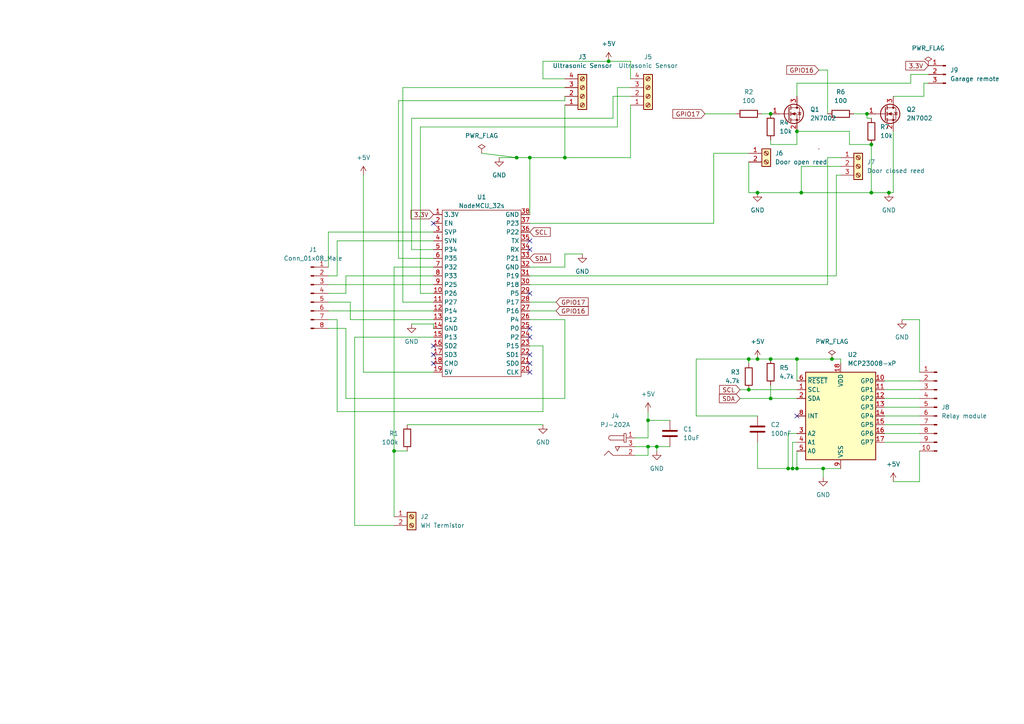
<source format=kicad_sch>
(kicad_sch (version 20211123) (generator eeschema)
  (paper "A4")
  (title_block (title "DripDrop") (date "2022-07-04") (rev "1") (company "Marcin Kucharczyk") (comment 1 "github.com/quhar/dripdrop"))
  (lib_symbols
    (symbol "Connector:Conn_01x03_Male" (pin_names (offset 1.016) hide)
      (property "Reference" "J" (at 0 5.08 0))
      (property "Value" "Conn_01x03_Male" (at 0 -5.08 0))
      (symbol "Conn_01x03_Male_1_1"
        (polyline (pts (xy 1.27 -2.54) (xy 0.8636 -2.54)) (stroke (width 0.1524)))
        (polyline (pts (xy 1.27 0) (xy 0.8636 0)) (stroke (width 0.1524)))
        (polyline (pts (xy 1.27 2.54) (xy 0.8636 2.54)) (stroke (width 0.1524)))
        (rectangle (start 0.8636 -2.413) (end 0 -2.667) (stroke (width 0.1524)) (fill (type outline)))
        (rectangle (start 0.8636 0.127) (end 0 -0.127) (stroke (width 0.1524)) (fill (type outline)))
        (rectangle (start 0.8636 2.667) (end 0 2.413) (stroke (width 0.1524)) (fill (type outline)))
        (pin passive line (at 5.08 2.54 180) (length 3.81) (name "Pin_1") (number "1"))
        (pin passive line (at 5.08 0 180) (length 3.81) (name "Pin_2") (number "2"))
        (pin passive line (at 5.08 -2.54 180) (length 3.81) (name "Pin_3") (number "3"))
      )
    )
    (symbol "Connector:Conn_01x08_Male" (pin_names (offset 1.016) hide)
      (property "Reference" "J" (at 0 10.16 0))
      (property "Value" "Conn_01x08_Male" (at 0 -12.7 0))
      (symbol "Conn_01x08_Male_1_1"
        (polyline (pts (xy 1.27 -10.16) (xy 0.8636 -10.16)) (stroke (width 0.1524)))
        (polyline (pts (xy 1.27 -7.62) (xy 0.8636 -7.62)) (stroke (width 0.1524)))
        (polyline (pts (xy 1.27 -5.08) (xy 0.8636 -5.08)) (stroke (width 0.1524)))
        (polyline (pts (xy 1.27 -2.54) (xy 0.8636 -2.54)) (stroke (width 0.1524)))
        (polyline (pts (xy 1.27 0) (xy 0.8636 0)) (stroke (width 0.1524)))
        (polyline (pts (xy 1.27 2.54) (xy 0.8636 2.54)) (stroke (width 0.1524)))
        (polyline (pts (xy 1.27 5.08) (xy 0.8636 5.08)) (stroke (width 0.1524)))
        (polyline (pts (xy 1.27 7.62) (xy 0.8636 7.62)) (stroke (width 0.1524)))
        (rectangle (start 0.8636 -10.033) (end 0 -10.287) (stroke (width 0.1524)) (fill (type outline)))
        (rectangle (start 0.8636 -7.493) (end 0 -7.747) (stroke (width 0.1524)) (fill (type outline)))
        (rectangle (start 0.8636 -4.953) (end 0 -5.207) (stroke (width 0.1524)) (fill (type outline)))
        (rectangle (start 0.8636 -2.413) (end 0 -2.667) (stroke (width 0.1524)) (fill (type outline)))
        (rectangle (start 0.8636 0.127) (end 0 -0.127) (stroke (width 0.1524)) (fill (type outline)))
        (rectangle (start 0.8636 2.667) (end 0 2.413) (stroke (width 0.1524)) (fill (type outline)))
        (rectangle (start 0.8636 5.207) (end 0 4.953) (stroke (width 0.1524)) (fill (type outline)))
        (rectangle (start 0.8636 7.747) (end 0 7.493) (stroke (width 0.1524)) (fill (type outline)))
        (pin passive line (at 5.08 7.62 180) (length 3.81) (name "Pin_1") (number "1"))
        (pin passive line (at 5.08 5.08 180) (length 3.81) (name "Pin_2") (number "2"))
        (pin passive line (at 5.08 2.54 180) (length 3.81) (name "Pin_3") (number "3"))
        (pin passive line (at 5.08 0 180) (length 3.81) (name "Pin_4") (number "4"))
        (pin passive line (at 5.08 -2.54 180) (length 3.81) (name "Pin_5") (number "5"))
        (pin passive line (at 5.08 -5.08 180) (length 3.81) (name "Pin_6") (number "6"))
        (pin passive line (at 5.08 -7.62 180) (length 3.81) (name "Pin_7") (number "7"))
        (pin passive line (at 5.08 -10.16 180) (length 3.81) (name "Pin_8") (number "8"))
      )
    )
    (symbol "Connector:Conn_01x10_Male" (pin_names (offset 1.016) hide)
      (property "Reference" "J" (at 0 12.7 0))
      (property "Value" "Conn_01x10_Male" (at 0 -15.24 0))
      (symbol "Conn_01x10_Male_1_1"
        (polyline (pts (xy 1.27 -12.7) (xy 0.8636 -12.7)) (stroke (width 0.1524)))
        (polyline (pts (xy 1.27 -10.16) (xy 0.8636 -10.16)) (stroke (width 0.1524)))
        (polyline (pts (xy 1.27 -7.62) (xy 0.8636 -7.62)) (stroke (width 0.1524)))
        (polyline (pts (xy 1.27 -5.08) (xy 0.8636 -5.08)) (stroke (width 0.1524)))
        (polyline (pts (xy 1.27 -2.54) (xy 0.8636 -2.54)) (stroke (width 0.1524)))
        (polyline (pts (xy 1.27 0) (xy 0.8636 0)) (stroke (width 0.1524)))
        (polyline (pts (xy 1.27 2.54) (xy 0.8636 2.54)) (stroke (width 0.1524)))
        (polyline (pts (xy 1.27 5.08) (xy 0.8636 5.08)) (stroke (width 0.1524)))
        (polyline (pts (xy 1.27 7.62) (xy 0.8636 7.62)) (stroke (width 0.1524)))
        (polyline (pts (xy 1.27 10.16) (xy 0.8636 10.16)) (stroke (width 0.1524)))
        (rectangle (start 0.8636 -12.573) (end 0 -12.827) (stroke (width 0.1524)) (fill (type outline)))
        (rectangle (start 0.8636 -10.033) (end 0 -10.287) (stroke (width 0.1524)) (fill (type outline)))
        (rectangle (start 0.8636 -7.493) (end 0 -7.747) (stroke (width 0.1524)) (fill (type outline)))
        (rectangle (start 0.8636 -4.953) (end 0 -5.207) (stroke (width 0.1524)) (fill (type outline)))
        (rectangle (start 0.8636 -2.413) (end 0 -2.667) (stroke (width 0.1524)) (fill (type outline)))
        (rectangle (start 0.8636 0.127) (end 0 -0.127) (stroke (width 0.1524)) (fill (type outline)))
        (rectangle (start 0.8636 2.667) (end 0 2.413) (stroke (width 0.1524)) (fill (type outline)))
        (rectangle (start 0.8636 5.207) (end 0 4.953) (stroke (width 0.1524)) (fill (type outline)))
        (rectangle (start 0.8636 7.747) (end 0 7.493) (stroke (width 0.1524)) (fill (type outline)))
        (rectangle (start 0.8636 10.287) (end 0 10.033) (stroke (width 0.1524)) (fill (type outline)))
        (pin passive line (at 5.08 10.16 180) (length 3.81) (name "Pin_1") (number "1"))
        (pin passive line (at 5.08 -12.7 180) (length 3.81) (name "Pin_10") (number "10"))
        (pin passive line (at 5.08 7.62 180) (length 3.81) (name "Pin_2") (number "2"))
        (pin passive line (at 5.08 5.08 180) (length 3.81) (name "Pin_3") (number "3"))
        (pin passive line (at 5.08 2.54 180) (length 3.81) (name "Pin_4") (number "4"))
        (pin passive line (at 5.08 0 180) (length 3.81) (name "Pin_5") (number "5"))
        (pin passive line (at 5.08 -2.54 180) (length 3.81) (name "Pin_6") (number "6"))
        (pin passive line (at 5.08 -5.08 180) (length 3.81) (name "Pin_7") (number "7"))
        (pin passive line (at 5.08 -7.62 180) (length 3.81) (name "Pin_8") (number "8"))
        (pin passive line (at 5.08 -10.16 180) (length 3.81) (name "Pin_9") (number "9"))
      )
    )
    (symbol "Connector:Screw_Terminal_01x02" (pin_names (offset 1.016) hide)
      (property "Reference" "J" (at 0 2.54 0))
      (property "Value" "Screw_Terminal_01x02" (at 0 -5.08 0))
      (symbol "Screw_Terminal_01x02_1_1"
        (rectangle (start -1.27 1.27) (end 1.27 -3.81) (stroke (width 0.254)) (fill (type background)))
        (circle (center 0 -2.54) (radius 0.635) (stroke (width 0.1524)))
        (polyline (pts (xy -0.5334 -2.2098) (xy 0.3302 -3.048)) (stroke (width 0.1524)))
        (polyline (pts (xy -0.5334 0.3302) (xy 0.3302 -0.508)) (stroke (width 0.1524)))
        (polyline (pts (xy -0.3556 -2.032) (xy 0.508 -2.8702)) (stroke (width 0.1524)))
        (polyline (pts (xy -0.3556 0.508) (xy 0.508 -0.3302)) (stroke (width 0.1524)))
        (circle (center 0 0) (radius 0.635) (stroke (width 0.1524)))
        (pin passive line (at -5.08 0 0) (length 3.81) (name "Pin_1") (number "1"))
        (pin passive line (at -5.08 -2.54 0) (length 3.81) (name "Pin_2") (number "2"))
      )
    )
    (symbol "Connector:Screw_Terminal_01x03" (pin_names (offset 1.016) hide)
      (property "Reference" "J" (at 0 5.08 0))
      (property "Value" "Screw_Terminal_01x03" (at 0 -5.08 0))
      (symbol "Screw_Terminal_01x03_1_1"
        (rectangle (start -1.27 3.81) (end 1.27 -3.81) (stroke (width 0.254)) (fill (type background)))
        (circle (center 0 -2.54) (radius 0.635) (stroke (width 0.1524)))
        (polyline (pts (xy -0.5334 -2.2098) (xy 0.3302 -3.048)) (stroke (width 0.1524)))
        (polyline (pts (xy -0.5334 0.3302) (xy 0.3302 -0.508)) (stroke (width 0.1524)))
        (polyline (pts (xy -0.5334 2.8702) (xy 0.3302 2.032)) (stroke (width 0.1524)))
        (polyline (pts (xy -0.3556 -2.032) (xy 0.508 -2.8702)) (stroke (width 0.1524)))
        (polyline (pts (xy -0.3556 0.508) (xy 0.508 -0.3302)) (stroke (width 0.1524)))
        (polyline (pts (xy -0.3556 3.048) (xy 0.508 2.2098)) (stroke (width 0.1524)))
        (circle (center 0 0) (radius 0.635) (stroke (width 0.1524)))
        (circle (center 0 2.54) (radius 0.635) (stroke (width 0.1524)))
        (pin passive line (at -5.08 2.54 0) (length 3.81) (name "Pin_1") (number "1"))
        (pin passive line (at -5.08 0 0) (length 3.81) (name "Pin_2") (number "2"))
        (pin passive line (at -5.08 -2.54 0) (length 3.81) (name "Pin_3") (number "3"))
      )
    )
    (symbol "Connector:Screw_Terminal_01x04" (pin_names (offset 1.016) hide)
      (property "Reference" "J" (at 0 5.08 0))
      (property "Value" "Screw_Terminal_01x04" (at 0 -7.62 0))
      (symbol "Screw_Terminal_01x04_1_1"
        (rectangle (start -1.27 3.81) (end 1.27 -6.35) (stroke (width 0.254)) (fill (type background)))
        (circle (center 0 -5.08) (radius 0.635) (stroke (width 0.1524)))
        (circle (center 0 -2.54) (radius 0.635) (stroke (width 0.1524)))
        (polyline (pts (xy -0.5334 -4.7498) (xy 0.3302 -5.588)) (stroke (width 0.1524)))
        (polyline (pts (xy -0.5334 -2.2098) (xy 0.3302 -3.048)) (stroke (width 0.1524)))
        (polyline (pts (xy -0.5334 0.3302) (xy 0.3302 -0.508)) (stroke (width 0.1524)))
        (polyline (pts (xy -0.5334 2.8702) (xy 0.3302 2.032)) (stroke (width 0.1524)))
        (polyline (pts (xy -0.3556 -4.572) (xy 0.508 -5.4102)) (stroke (width 0.1524)))
        (polyline (pts (xy -0.3556 -2.032) (xy 0.508 -2.8702)) (stroke (width 0.1524)))
        (polyline (pts (xy -0.3556 0.508) (xy 0.508 -0.3302)) (stroke (width 0.1524)))
        (polyline (pts (xy -0.3556 3.048) (xy 0.508 2.2098)) (stroke (width 0.1524)))
        (circle (center 0 0) (radius 0.635) (stroke (width 0.1524)))
        (circle (center 0 2.54) (radius 0.635) (stroke (width 0.1524)))
        (pin passive line (at -5.08 2.54 0) (length 3.81) (name "Pin_1") (number "1"))
        (pin passive line (at -5.08 0 0) (length 3.81) (name "Pin_2") (number "2"))
        (pin passive line (at -5.08 -2.54 0) (length 3.81) (name "Pin_3") (number "3"))
        (pin passive line (at -5.08 -5.08 0) (length 3.81) (name "Pin_4") (number "4"))
      )
    )
    (symbol "Device:C" (pin_numbers hide) (pin_names (offset 0.254))
      (property "Reference" "C" (at 0.635 2.54 0))
      (property "Value" "C" (at 0.635 -2.54 0))
      (symbol "C_0_1"
        (polyline (pts (xy -2.032 -0.762) (xy 2.032 -0.762)) (stroke (width 0.508)))
        (polyline (pts (xy -2.032 0.762) (xy 2.032 0.762)) (stroke (width 0.508)))
      )
      (symbol "C_1_1"
        (pin passive line (at 0 3.81 270) (length 2.794) (name "~") (number "1"))
        (pin passive line (at 0 -3.81 90) (length 2.794) (name "~") (number "2"))
      )
    )
    (symbol "Device:R" (pin_numbers hide) (pin_names (offset 0))
      (property "Reference" "R" (at 2.032 0 90))
      (property "Value" "R" (at 0 0 90))
      (symbol "R_0_1"
        (rectangle (start -1.016 -2.54) (end 1.016 2.54) (stroke (width 0.254)))
      )
      (symbol "R_1_1"
        (pin passive line (at 0 3.81 270) (length 1.27) (name "~") (number "1"))
        (pin passive line (at 0 -3.81 90) (length 1.27) (name "~") (number "2"))
      )
    )
    (symbol "Interface_Expansion:MCP23008-xP"
      (property "Reference" "U" (at -8.89 13.97 0))
      (property "Value" "MCP23008-xP" (at 8.89 13.97 0))
      (symbol "MCP23008-xP_0_1"
        (rectangle (start -10.16 12.7) (end 10.16 -12.7) (stroke (width 0.254)) (fill (type background)))
      )
      (symbol "MCP23008-xP_1_1"
        (pin input line (at -12.7 7.62 0) (length 2.54) (name "SCL") (number "1"))
        (pin bidirectional line (at 12.7 10.16 180) (length 2.54) (name "GP0") (number "10"))
        (pin bidirectional line (at 12.7 7.62 180) (length 2.54) (name "GP1") (number "11"))
        (pin bidirectional line (at 12.7 5.08 180) (length 2.54) (name "GP2") (number "12"))
        (pin bidirectional line (at 12.7 2.54 180) (length 2.54) (name "GP3") (number "13"))
        (pin bidirectional line (at 12.7 0 180) (length 2.54) (name "GP4") (number "14"))
        (pin bidirectional line (at 12.7 -2.54 180) (length 2.54) (name "GP5") (number "15"))
        (pin bidirectional line (at 12.7 -5.08 180) (length 2.54) (name "GP6") (number "16"))
        (pin bidirectional line (at 12.7 -7.62 180) (length 2.54) (name "GP7") (number "17"))
        (pin power_in line (at 0 15.24 270) (length 2.54) (name "VDD") (number "18"))
        (pin bidirectional line (at -12.7 5.08 0) (length 2.54) (name "SDA") (number "2"))
        (pin input line (at -12.7 -5.08 0) (length 2.54) (name "A2") (number "3"))
        (pin input line (at -12.7 -7.62 0) (length 2.54) (name "A1") (number "4"))
        (pin input line (at -12.7 -10.16 0) (length 2.54) (name "A0") (number "5"))
        (pin input line (at -12.7 10.16 0) (length 2.54) (name "~{RESET}") (number "6"))
        (pin no_connect line (at -10.16 -2.54 0) (length 2.54) hide (name "NC") (number "7"))
        (pin output line (at -12.7 0 0) (length 2.54) (name "INT") (number "8"))
        (pin power_in line (at 0 -15.24 90) (length 2.54) (name "VSS") (number "9"))
      )
    )
    (symbol "Transistor_FET:2N7002" (pin_names hide)
      (property "Reference" "Q" (at 5.08 1.905 0))
      (property "Value" "2N7002" (at 5.08 0 0))
      (symbol "2N7002_0_1"
        (polyline (pts (xy 0.254 0) (xy -2.54 0)))
        (polyline (pts (xy 0.254 1.905) (xy 0.254 -1.905)) (stroke (width 0.254)))
        (polyline (pts (xy 0.762 -1.27) (xy 0.762 -2.286)) (stroke (width 0.254)))
        (polyline (pts (xy 0.762 0.508) (xy 0.762 -0.508)) (stroke (width 0.254)))
        (polyline (pts (xy 0.762 2.286) (xy 0.762 1.27)) (stroke (width 0.254)))
        (polyline (pts (xy 2.54 2.54) (xy 2.54 1.778)))
        (polyline (pts (xy 2.54 -2.54) (xy 2.54 0) (xy 0.762 0)))
        (polyline (pts (xy 0.762 -1.778) (xy 3.302 -1.778) (xy 3.302 1.778) (xy 0.762 1.778)))
        (polyline (pts (xy 1.016 0) (xy 2.032 0.381) (xy 2.032 -0.381) (xy 1.016 0)) (fill (type outline)))
        (polyline (pts (xy 2.794 0.508) (xy 2.921 0.381) (xy 3.683 0.381) (xy 3.81 0.254)))
        (polyline (pts (xy 3.302 0.381) (xy 2.921 -0.254) (xy 3.683 -0.254) (xy 3.302 0.381)))
        (circle (center 1.651 0) (radius 2.794) (stroke (width 0.254)))
        (circle (center 2.54 -1.778) (radius 0.254) (fill (type outline)))
        (circle (center 2.54 1.778) (radius 0.254) (fill (type outline)))
      )
      (symbol "2N7002_1_1"
        (pin input line (at -5.08 0 0) (length 2.54) (name "G") (number "1"))
        (pin passive line (at 2.54 -5.08 90) (length 2.54) (name "S") (number "2"))
        (pin passive line (at 2.54 5.08 270) (length 2.54) (name "D") (number "3"))
      )
    )
    (symbol "dk_Barrel-Power-Connectors:PJ-202A" (pin_names (offset 1.016))
      (property "Reference" "J" (at 0 2.54 0))
      (property "Value" "PJ-202A" (at 0 -6.35 0))
      (symbol "PJ-202A_1_1"
        (arc (start -4.445 0.635) (mid -5.08 0) (end -4.445 -0.635))
        (rectangle (start -0.635 1.27) (end 0 -1.27))
        (polyline (pts (xy -0.635 -0.635) (xy -4.445 -0.635)))
        (polyline (pts (xy -0.635 0.635) (xy -4.445 0.635)))
        (polyline (pts (xy 0 -2.54) (xy -1.27 -2.54) (xy -2.54 -2.54)))
        (polyline (pts (xy 0 -5.08) (xy -3.81 -5.08) (xy -5.08 -3.81) (xy -6.35 -5.08)))
        (polyline (pts (xy -2.54 -2.54) (xy -3.175 -2.54) (xy -2.54 -3.81) (xy -1.905 -2.54) (xy -2.54 -2.54)))
        (pin passive line (at 2.54 0 180) (length 2.54) (name "~") (number "1"))
        (pin passive line (at 2.54 -5.08 180) (length 2.54) (name "~") (number "2"))
        (pin passive line (at 2.54 -2.54 180) (length 2.54) (name "~") (number "3"))
      )
    )
    (symbol "power:+5V" (power) (pin_names (offset 0))
      (property "Value" "+5V" (at 0 3.556 0))
      (symbol "+5V_0_1"
        (polyline (pts (xy -0.762 1.27) (xy 0 2.54)))
        (polyline (pts (xy 0 0) (xy 0 2.54)))
        (polyline (pts (xy 0 2.54) (xy 0.762 1.27)))
      )
      (symbol "+5V_1_1"
        (pin power_in line (at 0 0 90) (length 0) hide (name "+5V") (number "1"))
      )
    )
    (symbol "power:GND" (power) (pin_names (offset 0))
      (property "Value" "GND" (at 0 -3.81 0))
      (symbol "GND_0_1"
        (polyline (pts (xy 0 0) (xy 0 -1.27) (xy 1.27 -1.27) (xy 0 -2.54) (xy -1.27 -1.27) (xy 0 -1.27)))
      )
      (symbol "GND_1_1"
        (pin power_in line (at 0 0 270) (length 0) hide (name "GND") (number "1"))
      )
    )
    (symbol "power:PWR_FLAG" (power) (pin_numbers hide) (pin_names (offset 0) hide)
      (property "Value" "PWR_FLAG" (at 0 3.81 0))
      (symbol "PWR_FLAG_0_0"
        (pin power_out line (at 0 0 90) (length 0) (name "pwr") (number "1"))
      )
      (symbol "PWR_FLAG_0_1"
        (polyline (pts (xy 0 0) (xy 0 1.27) (xy -1.016 1.905) (xy 0 2.54) (xy 1.016 1.905) (xy 0 1.27)))
      )
    )
    (symbol "qhr:NodeMCU_32s"
      (property "Reference" "U" (at 12.7 22.86 0))
      (property "Value" "NodeMCU_32s" (at -1.27 26.67 0))
      (symbol "NodeMCU_32s_0_1"
        (rectangle (start -11.43 24.13) (end 11.43 -24.13))
        (polyline (pts (xy 97.79 41.91) (xy 97.79 41.91)))
        (rectangle (start 97.79 41.91) (end 97.79 41.91))
        (rectangle (start 97.79 41.91) (end 97.79 41.91))
        (rectangle (start 97.79 41.91) (end 97.79 41.91))
        (rectangle (start 97.79 41.91) (end 97.79 41.91))
        (rectangle (start 97.79 41.91) (end 97.79 41.91))
        (rectangle (start 97.79 41.91) (end 97.79 41.91))
        (rectangle (start 97.79 41.91) (end 97.79 41.91))
        (rectangle (start 97.79 41.91) (end 97.79 41.91))
        (rectangle (start 97.79 41.91) (end 97.79 41.91))
        (rectangle (start 97.79 41.91) (end 97.79 41.91))
      )
      (symbol "NodeMCU_32s_1_1"
        (pin power_in line (at -13.97 22.86 0) (length 2.54) (name "3.3V") (number "1"))
        (pin passive line (at -13.97 0 0) (length 2.54) (name "P26") (number "10"))
        (pin passive line (at -13.97 -2.54 0) (length 2.54) (name "P27") (number "11"))
        (pin passive line (at -13.97 -5.08 0) (length 2.54) (name "P14") (number "12"))
        (pin passive line (at -13.97 -7.62 0) (length 2.54) (name "P12") (number "13"))
        (pin power_in line (at -13.97 -10.16 0) (length 2.54) (name "GND") (number "14"))
        (pin passive line (at -13.97 -12.7 0) (length 2.54) (name "P13") (number "15"))
        (pin passive line (at -13.97 -15.24 0) (length 2.54) (name "SD2") (number "16"))
        (pin passive line (at -13.97 -17.78 0) (length 2.54) (name "SD3") (number "17"))
        (pin passive line (at -13.97 -20.32 0) (length 2.54) (name "CMD") (number "18"))
        (pin power_in line (at -13.97 -22.86 0) (length 2.54) (name "5V") (number "19"))
        (pin passive line (at -13.97 20.32 0) (length 2.54) (name "EN") (number "2"))
        (pin passive line (at 13.97 -22.86 180) (length 2.54) (name "CLK") (number "20"))
        (pin passive line (at 13.97 -20.32 180) (length 2.54) (name "SD0") (number "21"))
        (pin passive line (at 13.97 -17.78 180) (length 2.54) (name "SD1") (number "22"))
        (pin passive line (at 13.97 -15.24 180) (length 2.54) (name "P15") (number "23"))
        (pin passive line (at 13.97 -12.7 180) (length 2.54) (name "P2") (number "24"))
        (pin passive line (at 13.97 -10.16 180) (length 2.54) (name "P0") (number "25"))
        (pin passive line (at 13.97 -7.62 180) (length 2.54) (name "P4") (number "26"))
        (pin passive line (at 13.97 -5.08 180) (length 2.54) (name "P16") (number "27"))
        (pin passive line (at 13.97 -2.54 180) (length 2.54) (name "P17") (number "28"))
        (pin passive line (at 13.97 0 180) (length 2.54) (name "P5") (number "29"))
        (pin passive line (at -13.97 17.78 0) (length 2.54) (name "SVP") (number "3"))
        (pin passive line (at 13.97 2.54 180) (length 2.54) (name "P18") (number "30"))
        (pin passive line (at 13.97 5.08 180) (length 2.54) (name "P19") (number "31"))
        (pin power_in line (at 13.97 7.62 180) (length 2.54) (name "GND") (number "32"))
        (pin passive line (at 13.97 10.16 180) (length 2.54) (name "P21") (number "33"))
        (pin passive line (at 13.97 12.7 180) (length 2.54) (name "RX") (number "34"))
        (pin passive line (at 13.97 15.24 180) (length 2.54) (name "TX") (number "35"))
        (pin passive line (at 13.97 17.78 180) (length 2.54) (name "P22") (number "36"))
        (pin passive line (at 13.97 20.32 180) (length 2.54) (name "P23") (number "37"))
        (pin power_in line (at 13.97 22.86 180) (length 2.54) (name "GND") (number "38"))
        (pin passive line (at -13.97 15.24 0) (length 2.54) (name "SVN") (number "4"))
        (pin passive line (at -13.97 12.7 0) (length 2.54) (name "P34") (number "5"))
        (pin passive line (at -13.97 10.16 0) (length 2.54) (name "P35") (number "6"))
        (pin passive line (at -13.97 7.62 0) (length 2.54) (name "P32") (number "7"))
        (pin passive line (at -13.97 5.08 0) (length 2.54) (name "P33") (number "8"))
        (pin passive line (at -13.97 2.54 0) (length 2.54) (name "P25") (number "9"))
      )
    )
  )
  (junction (at 223.52 115.57))
  (junction (at 187.96 121.92))
  (junction (at 187.96 129.54))
  (junction (at 163.83 45.72))
  (junction (at 252.73 55.88))
  (junction (at 217.17 104.14))
  (junction (at 231.14 135.89))
  (junction (at 149.86 45.72))
  (junction (at 190.5 129.54))
  (junction (at 223.52 33.02))
  (junction (at 229.87 135.89))
  (junction (at 257.81 55.88))
  (junction (at 238.76 135.89))
  (junction (at 241.3 104.14))
  (junction (at 219.71 55.88))
  (junction (at 252.73 41.91))
  (junction (at 231.14 104.14))
  (junction (at 251.46 33.02))
  (junction (at 176.53 17.78))
  (junction (at 223.52 104.14))
  (junction (at 232.41 55.88))
  (junction (at 114.3 130.81))
  (junction (at 228.6 135.89))
  (junction (at 153.67 45.72))
  (junction (at 219.71 104.14))
  (junction (at 217.17 113.03))
  (junction (at 231.14 38.1))
  (no_connect (at 231.14 120.65))
  (no_connect (at 125.73 64.77))
  (no_connect (at 153.67 95.25))
  (no_connect (at 153.67 97.79))
  (no_connect (at 153.67 102.87))
  (no_connect (at 153.67 105.41))
  (no_connect (at 153.67 107.95))
  (no_connect (at 125.73 105.41))
  (no_connect (at 125.73 100.33))
  (no_connect (at 125.73 102.87))
  (no_connect (at 153.67 72.39))
  (no_connect (at 153.67 69.85))
  (no_connect (at 153.67 85.09))
  (wire (pts (xy 163.83 115.57) (xy 100.33 115.57)))
  (wire (pts (xy 217.17 44.45) (xy 207.01 44.45)))
  (wire (pts (xy 95.25 67.31) (xy 95.25 77.47)))
  (wire (pts (xy 187.96 121.92) (xy 194.31 121.92)))
  (wire (pts (xy 157.48 17.78) (xy 176.53 17.78)))
  (wire (pts (xy 243.84 48.26) (xy 232.41 48.26)))
  (wire (pts (xy 119.38 34.29) (xy 177.8 34.29)))
  (wire (pts (xy 157.48 100.33) (xy 157.48 119.38)))
  (wire (pts (xy 115.57 29.21) (xy 163.83 29.21)))
  (wire (pts (xy 102.87 152.4) (xy 114.3 152.4)))
  (wire (pts (xy 247.65 33.02) (xy 251.46 33.02)))
  (wire (pts (xy 105.41 107.95) (xy 125.73 107.95)))
  (wire (pts (xy 125.73 97.79) (xy 102.87 97.79)))
  (wire (pts (xy 207.01 44.45) (xy 207.01 64.77)))
  (wire (pts (xy 243.84 50.8) (xy 242.57 50.8)))
  (wire (pts (xy 179.07 25.4) (xy 182.88 25.4)))
  (wire (pts (xy 100.33 80.01) (xy 100.33 85.09)))
  (wire (pts (xy 182.88 45.72) (xy 163.83 45.72)))
  (wire (pts (xy 116.84 25.4) (xy 116.84 87.63)))
  (wire (pts (xy 139.7 44.45) (xy 149.86 45.72)))
  (wire (pts (xy 229.87 128.27) (xy 231.14 128.27)))
  (wire (pts (xy 97.79 80.01) (xy 95.25 80.01)))
  (wire (pts (xy 252.73 34.29) (xy 251.46 34.29)))
  (wire (pts (xy 102.87 97.79) (xy 102.87 152.4)))
  (wire (pts (xy 153.67 87.63) (xy 161.29 87.63)))
  (wire (pts (xy 243.84 104.14) (xy 241.3 104.14)))
  (wire (pts (xy 114.3 130.81) (xy 118.11 130.81)))
  (wire (pts (xy 214.63 113.03) (xy 217.17 113.03)))
  (wire (pts (xy 163.83 45.72) (xy 153.67 45.72)))
  (wire (pts (xy 101.6 87.63) (xy 95.25 87.63)))
  (wire (pts (xy 252.73 55.88) (xy 257.81 55.88)))
  (wire (pts (xy 217.17 113.03) (xy 231.14 113.03)))
  (wire (pts (xy 153.67 45.72) (xy 153.67 62.23)))
  (wire (pts (xy 240.03 45.72) (xy 243.84 45.72)))
  (wire (pts (xy 238.76 135.89) (xy 231.14 135.89)))
  (wire (pts (xy 125.73 69.85) (xy 97.79 69.85)))
  (wire (pts (xy 223.52 40.64) (xy 223.52 41.91)))
  (wire (pts (xy 100.33 115.57) (xy 100.33 95.25)))
  (wire (pts (xy 163.83 73.66) (xy 163.83 77.47)))
  (wire (pts (xy 219.71 55.88) (xy 232.41 55.88)))
  (wire (pts (xy 119.38 72.39) (xy 119.38 34.29)))
  (wire (pts (xy 153.67 90.17) (xy 161.29 90.17)))
  (wire (pts (xy 157.48 17.78) (xy 157.48 22.86)))
  (wire (pts (xy 144.78 45.72) (xy 149.86 45.72)))
  (wire (pts (xy 269.24 21.59) (xy 264.16 21.59)))
  (wire (pts (xy 240.03 20.32) (xy 237.49 20.32)))
  (wire (pts (xy 201.93 104.14) (xy 201.93 120.65)))
  (wire (pts (xy 182.88 17.78) (xy 182.88 22.86)))
  (wire (pts (xy 201.93 120.65) (xy 219.71 120.65)))
  (wire (pts (xy 231.14 135.89) (xy 231.14 130.81)))
  (wire (pts (xy 256.54 128.27) (xy 266.7 128.27)))
  (wire (pts (xy 184.15 132.08) (xy 187.96 132.08)))
  (wire (pts (xy 153.67 100.33) (xy 157.48 100.33)))
  (wire (pts (xy 240.03 33.02) (xy 240.03 20.32)))
  (wire (pts (xy 187.96 132.08) (xy 187.96 129.54)))
  (wire (pts (xy 246.38 38.1) (xy 246.38 41.91)))
  (wire (pts (xy 95.25 95.25) (xy 100.33 95.25)))
  (wire (pts (xy 179.07 25.4) (xy 179.07 36.83)))
  (wire (pts (xy 97.79 69.85) (xy 97.79 80.01)))
  (wire (pts (xy 217.17 105.41) (xy 217.17 104.14)))
  (wire (pts (xy 125.73 74.93) (xy 115.57 74.93)))
  (wire (pts (xy 177.8 34.29) (xy 177.8 27.94)))
  (wire (pts (xy 240.03 82.55) (xy 153.67 82.55)))
  (wire (pts (xy 190.5 129.54) (xy 190.5 130.81)))
  (wire (pts (xy 182.88 30.48) (xy 182.88 45.72)))
  (wire (pts (xy 232.41 48.26) (xy 232.41 55.88)))
  (wire (pts (xy 217.17 46.99) (xy 217.17 55.88)))
  (wire (pts (xy 256.54 123.19) (xy 266.7 123.19)))
  (wire (pts (xy 231.14 41.91) (xy 223.52 41.91)))
  (wire (pts (xy 231.14 104.14) (xy 231.14 110.49)))
  (wire (pts (xy 114.3 149.86) (xy 114.3 130.81)))
  (wire (pts (xy 153.67 92.71) (xy 163.83 92.71)))
  (wire (pts (xy 204.47 33.02) (xy 213.36 33.02)))
  (wire (pts (xy 228.6 135.89) (xy 228.6 125.73)))
  (wire (pts (xy 231.14 135.89) (xy 229.87 135.89)))
  (wire (pts (xy 125.73 67.31) (xy 95.25 67.31)))
  (wire (pts (xy 163.83 30.48) (xy 163.83 45.72)))
  (wire (pts (xy 101.6 87.63) (xy 101.6 92.71)))
  (wire (pts (xy 95.25 90.17) (xy 125.73 90.17)))
  (wire (pts (xy 125.73 93.98) (xy 125.73 95.25)))
  (wire (pts (xy 241.3 104.14) (xy 231.14 104.14)))
  (wire (pts (xy 231.14 24.13) (xy 231.14 27.94)))
  (wire (pts (xy 240.03 45.72) (xy 240.03 82.55)))
  (wire (pts (xy 229.87 135.89) (xy 229.87 128.27)))
  (wire (pts (xy 267.97 27.94) (xy 267.97 24.13)))
  (wire (pts (xy 229.87 135.89) (xy 228.6 135.89)))
  (wire (pts (xy 119.38 93.98) (xy 125.73 93.98)))
  (wire (pts (xy 187.96 121.92) (xy 187.96 119.38)))
  (wire (pts (xy 190.5 129.54) (xy 194.31 129.54)))
  (wire (pts (xy 176.53 17.78) (xy 182.88 17.78)))
  (wire (pts (xy 243.84 105.41) (xy 243.84 104.14)))
  (wire (pts (xy 256.54 115.57) (xy 266.7 115.57)))
  (wire (pts (xy 256.54 120.65) (xy 266.7 120.65)))
  (wire (pts (xy 256.54 110.49) (xy 266.7 110.49)))
  (wire (pts (xy 184.15 127) (xy 187.96 127)))
  (wire (pts (xy 177.8 27.94) (xy 182.88 27.94)))
  (wire (pts (xy 153.67 77.47) (xy 163.83 77.47)))
  (wire (pts (xy 121.92 36.83) (xy 179.07 36.83)))
  (wire (pts (xy 125.73 92.71) (xy 101.6 92.71)))
  (wire (pts (xy 232.41 55.88) (xy 252.73 55.88)))
  (wire (pts (xy 267.97 27.94) (xy 259.08 27.94)))
  (wire (pts (xy 125.73 80.01) (xy 100.33 80.01)))
  (wire (pts (xy 97.79 92.71) (xy 97.79 119.38)))
  (wire (pts (xy 187.96 129.54) (xy 190.5 129.54)))
  (wire (pts (xy 252.73 41.91) (xy 246.38 41.91)))
  (wire (pts (xy 231.14 104.14) (xy 223.52 104.14)))
  (wire (pts (xy 252.73 41.91) (xy 252.73 55.88)))
  (wire (pts (xy 95.25 85.09) (xy 100.33 85.09)))
  (wire (pts (xy 214.63 115.57) (xy 223.52 115.57)))
  (wire (pts (xy 114.3 77.47) (xy 125.73 77.47)))
  (wire (pts (xy 259.08 139.7) (xy 266.7 139.7)))
  (wire (pts (xy 243.84 135.89) (xy 238.76 135.89)))
  (wire (pts (xy 201.93 104.14) (xy 217.17 104.14)))
  (wire (pts (xy 163.83 25.4) (xy 116.84 25.4)))
  (wire (pts (xy 207.01 64.77) (xy 153.67 64.77)))
  (wire (pts (xy 105.41 50.8) (xy 105.41 107.95)))
  (wire (pts (xy 149.86 45.72) (xy 153.67 45.72)))
  (wire (pts (xy 125.73 72.39) (xy 119.38 72.39)))
  (wire (pts (xy 256.54 118.11) (xy 266.7 118.11)))
  (wire (pts (xy 125.73 85.09) (xy 121.92 85.09)))
  (wire (pts (xy 217.17 55.88) (xy 219.71 55.88)))
  (wire (pts (xy 114.3 130.81) (xy 114.3 77.47)))
  (wire (pts (xy 251.46 34.29) (xy 251.46 33.02)))
  (wire (pts (xy 266.7 139.7) (xy 266.7 130.81)))
  (wire (pts (xy 223.52 115.57) (xy 231.14 115.57)))
  (wire (pts (xy 115.57 74.93) (xy 115.57 29.21)))
  (wire (pts (xy 153.67 80.01) (xy 242.57 80.01)))
  (wire (pts (xy 95.25 92.71) (xy 97.79 92.71)))
  (wire (pts (xy 223.52 111.76) (xy 223.52 115.57)))
  (wire (pts (xy 261.62 92.71) (xy 266.7 92.71)))
  (wire (pts (xy 219.71 104.14) (xy 223.52 104.14)))
  (wire (pts (xy 231.14 41.91) (xy 231.14 38.1)))
  (wire (pts (xy 242.57 50.8) (xy 242.57 80.01)))
  (wire (pts (xy 217.17 104.14) (xy 219.71 104.14)))
  (wire (pts (xy 220.98 33.02) (xy 223.52 33.02)))
  (wire (pts (xy 231.14 38.1) (xy 246.38 38.1)))
  (wire (pts (xy 163.83 29.21) (xy 163.83 27.94)))
  (wire (pts (xy 238.76 135.89) (xy 238.76 138.43)))
  (wire (pts (xy 118.11 123.19) (xy 157.48 123.19)))
  (wire (pts (xy 219.71 135.89) (xy 228.6 135.89)))
  (wire (pts (xy 95.25 82.55) (xy 125.73 82.55)))
  (wire (pts (xy 125.73 87.63) (xy 116.84 87.63)))
  (wire (pts (xy 266.7 92.71) (xy 266.7 107.95)))
  (wire (pts (xy 259.08 55.88) (xy 257.81 55.88)))
  (wire (pts (xy 259.08 38.1) (xy 259.08 55.88)))
  (wire (pts (xy 264.16 24.13) (xy 231.14 24.13)))
  (wire (pts (xy 187.96 127) (xy 187.96 121.92)))
  (wire (pts (xy 267.97 24.13) (xy 269.24 24.13)))
  (wire (pts (xy 256.54 113.03) (xy 266.7 113.03)))
  (wire (pts (xy 163.83 92.71) (xy 163.83 115.57)))
  (wire (pts (xy 157.48 22.86) (xy 163.83 22.86)))
  (wire (pts (xy 256.54 125.73) (xy 266.7 125.73)))
  (wire (pts (xy 184.15 129.54) (xy 187.96 129.54)))
  (wire (pts (xy 228.6 125.73) (xy 231.14 125.73)))
  (wire (pts (xy 219.71 128.27) (xy 219.71 135.89)))
  (wire (pts (xy 121.92 85.09) (xy 121.92 36.83)))
  (wire (pts (xy 157.48 119.38) (xy 97.79 119.38)))
  (wire (pts (xy 168.91 73.66) (xy 163.83 73.66)))
  (wire (pts (xy 264.16 21.59) (xy 264.16 24.13)))
  (global_label "SDA" (shape input) (at 214.63 115.57 180) (property "Intersheet References" "${INTERSHEET_REFS}" (effects hide)))
  (global_label "3.3V" (shape input) (at 125.73 62.23 180) (property "Intersheet References" "${INTERSHEET_REFS}" (effects hide)))
  (global_label "GPIO16" (shape input) (at 237.49 20.32 180) (property "Intersheet References" "${INTERSHEET_REFS}" (effects hide)))
  (global_label "SCL" (shape input) (at 214.63 113.03 180) (property "Intersheet References" "${INTERSHEET_REFS}" (effects hide)))
  (global_label "GPIO17" (shape input) (at 204.47 33.02 180) (property "Intersheet References" "${INTERSHEET_REFS}" (effects hide)))
  (global_label "SDA" (shape input) (at 153.67 74.93 0) (property "Intersheet References" "${INTERSHEET_REFS}" (effects hide)))
  (global_label "GPIO16" (shape input) (at 161.29 90.17 0) (property "Intersheet References" "${INTERSHEET_REFS}" (effects hide)))
  (global_label "GPIO17" (shape input) (at 161.29 87.63 0) (property "Intersheet References" "${INTERSHEET_REFS}" (effects hide)))
  (global_label "3.3V" (shape input) (at 269.24 19.05 180) (property "Intersheet References" "${INTERSHEET_REFS}" (effects hide)))
  (global_label "SCL" (shape input) (at 153.67 67.31 0) (property "Intersheet References" "${INTERSHEET_REFS}" (effects hide)))
  (symbol (lib_id "Device:R") (at 252.73 38.1 0) (unit 1)
    (property "Reference" "R7" (at 255.27 36.8299 0) (effects (justify left)))
    (property "Value" "10k" (at 255.27 39.3699 0) (effects (justify left)))
    (property "Footprint" "Resistor_SMD:R_0805_2012Metric" (effects hide))
  )
  (symbol (lib_id "power:GND") (at 261.62 92.71 0) (unit 1)
    (property "Reference" "#PWR014" (effects hide))
    (property "Value" "GND" (at 261.62 97.79 0))
  )
  (symbol (lib_id "Interface_Expansion:MCP23008-xP") (at 243.84 120.65 0) (unit 1)
    (property "Reference" "U2" (at 245.8594 102.87 0) (effects (justify left)))
    (property "Value" "MCP23008-xP" (at 245.8594 105.41 0) (effects (justify left)))
    (property "Footprint" "Package_DIP:DIP-18_W7.62mm" (effects hide))
    (property "Datasheet" "http://ww1.microchip.com/downloads/en/DeviceDoc/MCP23008-MCP23S08-Data-Sheet-20001919F.pdf" (effects hide))
  )
  (symbol (lib_id "power:PWR_FLAG") (at 269.24 19.05 0) (unit 1)
    (property "Reference" "#FLG03" (effects hide))
    (property "Value" "PWR_FLAG" (at 269.24 13.97 0))
  )
  (symbol (lib_id "Transistor_FET:2N7002") (at 256.54 33.02 0) (unit 1)
    (property "Reference" "Q2" (at 262.89 31.7499 0) (effects (justify left)))
    (property "Value" "2N7002" (at 262.89 34.2899 0) (effects (justify left)))
    (property "Footprint" "Package_TO_SOT_SMD:SOT-323_SC-70_Handsoldering" (effects hide))
    (property "Datasheet" "https://www.onsemi.com/pub/Collateral/NDS7002A-D.PDF" (effects hide))
  )
  (symbol (lib_id "power:+5V") (at 219.71 104.14 0) (unit 1)
    (property "Reference" "#PWR010" (effects hide))
    (property "Value" "+5V" (at 219.71 99.06 0))
  )
  (symbol (lib_id "power:GND") (at 257.81 55.88 0) (unit 1)
    (property "Reference" "#PWR012" (effects hide))
    (property "Value" "GND" (at 257.81 60.96 0))
  )
  (symbol (lib_id "qhr:NodeMCU_32s") (at 139.7 85.09 0) (unit 1)
    (property "Reference" "U1" (at 139.7 57.15 0))
    (property "Value" "NodeMCU_32s" (at 139.7 59.69 0))
    (property "Footprint" "qhr:NodeMCU 32S" (effects hide))
  )
  (symbol (lib_id "Connector:Conn_01x10_Male") (at 271.78 118.11 0) (mirror y) (unit 1)
    (property "Reference" "J8" (at 273.05 118.1099 0) (effects (justify right)))
    (property "Value" "Relay module" (at 273.05 120.6499 0) (effects (justify right)))
    (property "Footprint" "Connector_PinHeader_2.54mm:PinHeader_1x10_P2.54mm_Vertical" (effects hide))
  )
  (symbol (lib_id "Connector:Screw_Terminal_01x03") (at 248.92 48.26 0) (unit 1)
    (property "Reference" "J7" (at 251.46 46.9899 0) (effects (justify left)))
    (property "Value" "Door closed reed" (at 251.46 49.5299 0) (effects (justify left)))
    (property "Footprint" "TerminalBlock_Phoenix:TerminalBlock_Phoenix_MPT-0,5-3-2.54_1x03_P2.54mm_Horizontal" (effects hide))
  )
  (symbol (lib_id "power:PWR_FLAG") (at 241.3 104.14 0) (unit 1)
    (property "Reference" "#FLG02" (effects hide))
    (property "Value" "PWR_FLAG" (at 241.3 99.06 0))
  )
  (symbol (lib_id "power:+5V") (at 176.53 17.78 0) (unit 1)
    (property "Reference" "#PWR06" (effects hide))
    (property "Value" "+5V" (at 176.53 12.7 0))
  )
  (symbol (lib_id "power:GND") (at 144.78 45.72 0) (unit 1)
    (property "Reference" "#PWR03" (effects hide))
    (property "Value" "GND" (at 144.78 50.8 0))
  )
  (symbol (lib_id "power:GND") (at 219.71 55.88 0) (unit 1)
    (property "Reference" "#PWR09" (effects hide))
    (property "Value" "GND" (at 219.71 60.96 0))
  )
  (symbol (lib_id "power:GND") (at 119.38 93.98 0) (unit 1)
    (property "Reference" "#PWR02" (effects hide))
    (property "Value" "GND" (at 119.38 99.06 0))
  )
  (symbol (lib_id "Device:R") (at 118.11 127 0) (mirror x) (unit 1)
    (property "Reference" "R1" (at 115.57 125.7299 0) (effects (justify right)))
    (property "Value" "100k" (at 115.57 128.2699 0) (effects (justify right)))
    (property "Footprint" "Resistor_SMD:R_0805_2012Metric" (effects hide))
  )
  (symbol (lib_id "Device:R") (at 217.17 33.02 90) (mirror x) (unit 1)
    (property "Reference" "R2" (at 217.17 26.67 90))
    (property "Value" "100" (at 217.17 29.21 90))
    (property "Footprint" "Resistor_SMD:R_0805_2012Metric" (effects hide))
  )
  (symbol (lib_id "power:+5V") (at 105.41 50.8 0) (unit 1)
    (property "Reference" "#PWR01" (effects hide))
    (property "Value" "+5V" (at 105.41 45.72 0))
  )
  (symbol (lib_id "Device:R") (at 223.52 107.95 0) (unit 1)
    (property "Reference" "R5" (at 226.06 106.6799 0) (effects (justify left)))
    (property "Value" "4.7k" (at 226.06 109.2199 0) (effects (justify left)))
    (property "Footprint" "Resistor_SMD:R_0805_2012Metric" (effects hide))
  )
  (symbol (lib_id "Connector:Conn_01x03_Male") (at 274.32 21.59 0) (mirror y) (unit 1)
    (property "Reference" "J9" (at 275.59 20.3199 0) (effects (justify right)))
    (property "Value" "Garage remote" (at 275.59 22.8599 0) (effects (justify right)))
    (property "Footprint" "Connector_PinSocket_2.54mm:PinSocket_1x03_P2.54mm_Vertical" (effects hide))
  )
  (symbol (lib_id "Device:C") (at 194.31 125.73 0) (unit 1)
    (property "Reference" "C1" (at 198.12 124.4599 0) (effects (justify left)))
    (property "Value" "10uF" (at 198.12 126.9999 0) (effects (justify left)))
    (property "Footprint" "Capacitor_SMD:C_1206_3216Metric_Pad1.33x1.80mm_HandSolder" (effects hide))
  )
  (symbol (lib_id "power:GND") (at 168.91 73.66 0) (unit 1)
    (property "Reference" "#PWR05" (effects hide))
    (property "Value" "GND" (at 168.91 78.74 0))
  )
  (symbol (lib_id "Transistor_FET:2N7002") (at 228.6 33.02 0) (unit 1)
    (property "Reference" "Q1" (at 234.95 31.7499 0) (effects (justify left)))
    (property "Value" "2N7002" (at 234.95 34.2899 0) (effects (justify left)))
    (property "Footprint" "Package_TO_SOT_SMD:SOT-323_SC-70_Handsoldering" (effects hide))
    (property "Datasheet" "https://www.onsemi.com/pub/Collateral/NDS7002A-D.PDF" (effects hide))
  )
  (symbol (lib_id "dk_Barrel-Power-Connectors:PJ-202A") (at 181.61 127 0) (unit 1)
    (property "Reference" "J4" (at 178.435 120.65 0))
    (property "Value" "PJ-202A" (at 178.435 123.19 0))
    (property "Footprint" "digikey-footprints:Barrel_Jack_5.5mmODx2.1mmID_PJ-102A" (effects hide))
    (property "Datasheet" "https://www.cui.com/product/resource/digikeypdf/pj-202a.pdf" (effects hide))
    (property "Digi-Key_PN" "CP-202A-ND" (effects hide))
    (property "MPN" "PJ-202A" (effects hide))
    (property "Category" "Connectors, Interconnects" (effects hide))
    (property "Family" "Barrel - Power Connectors" (effects hide))
    (property "DK_Datasheet_Link" "https://www.cui.com/product/resource/digikeypdf/pj-202a.pdf" (effects hide))
    (property "DK_Detail_Page" "/product-detail/en/cui-inc/PJ-202A/CP-202A-ND/252007" (effects hide))
    (property "Description" "CONN PWR JACK 2X5.5MM KINKED PIN" (effects hide))
    (property "Manufacturer" "CUI Inc." (effects hide))
    (property "Status" "Active" (effects hide))
  )
  (symbol (lib_id "Connector:Screw_Terminal_01x04") (at 168.91 27.94 0) (mirror x) (unit 1)
    (property "Reference" "J3" (at 168.91 16.51 0))
    (property "Value" "Ultrasonic Sensor" (at 168.91 19.05 0))
    (property "Footprint" "TerminalBlock_Phoenix:TerminalBlock_Phoenix_MPT-0,5-4-2.54_1x04_P2.54mm_Horizontal" (effects hide))
  )
  (symbol (lib_id "power:PWR_FLAG") (at 139.7 44.45 0) (unit 1)
    (property "Reference" "#FLG01" (effects hide))
    (property "Value" "PWR_FLAG" (at 139.7 39.37 0))
  )
  (symbol (lib_id "power:GND") (at 238.76 138.43 0) (unit 1)
    (property "Reference" "#PWR011" (effects hide))
    (property "Value" "GND" (at 238.76 143.51 0))
  )
  (symbol (lib_id "power:+5V") (at 259.08 139.7 0) (unit 1)
    (property "Reference" "#PWR013" (effects hide))
    (property "Value" "+5V" (at 259.08 134.62 0))
  )
  (symbol (lib_id "power:+5V") (at 187.96 119.38 0) (unit 1)
    (property "Reference" "#PWR07" (effects hide))
    (property "Value" "+5V" (at 187.96 114.3 0))
  )
  (symbol (lib_id "Device:R") (at 223.52 36.83 0) (unit 1)
    (property "Reference" "R4" (at 226.06 35.5599 0) (effects (justify left)))
    (property "Value" "10k" (at 226.06 38.0999 0) (effects (justify left)))
    (property "Footprint" "Resistor_SMD:R_0805_2012Metric" (effects hide))
  )
  (symbol (lib_id "Device:R") (at 243.84 33.02 90) (unit 1)
    (property "Reference" "R6" (at 243.84 26.67 90))
    (property "Value" "100" (at 243.84 29.21 90))
    (property "Footprint" "Resistor_SMD:R_0805_2012Metric" (effects hide))
  )
  (symbol (lib_id "power:GND") (at 157.48 123.19 0) (unit 1)
    (property "Reference" "#PWR04" (effects hide))
    (property "Value" "GND" (at 157.48 128.27 0))
  )
  (symbol (lib_id "Connector:Conn_01x08_Male") (at 90.17 85.09 0) (unit 1)
    (property "Reference" "J1" (at 90.805 72.39 0))
    (property "Value" "Conn_01x08_Male" (at 90.805 74.93 0))
    (property "Footprint" "Connector_PinHeader_2.54mm:PinHeader_2x04_P2.54mm_Vertical" (effects hide))
  )
  (symbol (lib_id "Connector:Screw_Terminal_01x04") (at 187.96 27.94 0) (mirror x) (unit 1)
    (property "Reference" "J5" (at 187.96 16.51 0))
    (property "Value" "Ultrasonic Sensor" (at 187.96 19.05 0))
    (property "Footprint" "TerminalBlock_Phoenix:TerminalBlock_Phoenix_MPT-0,5-4-2.54_1x04_P2.54mm_Horizontal" (effects hide))
  )
  (symbol (lib_id "Connector:Screw_Terminal_01x02") (at 222.25 44.45 0) (unit 1)
    (property "Reference" "J6" (at 224.79 44.4499 0) (effects (justify left)))
    (property "Value" "Door open reed" (at 224.79 46.9899 0) (effects (justify left)))
    (property "Footprint" "TerminalBlock_Phoenix:TerminalBlock_Phoenix_MPT-0,5-2-2.54_1x02_P2.54mm_Horizontal" (effects hide))
  )
  (symbol (lib_id "Connector:Screw_Terminal_01x02") (at 119.38 149.86 0) (unit 1)
    (property "Reference" "J2" (at 121.92 149.8599 0) (effects (justify left)))
    (property "Value" "WH Termistor" (at 121.92 152.3999 0) (effects (justify left)))
    (property "Footprint" "TerminalBlock_Phoenix:TerminalBlock_Phoenix_MPT-0,5-2-2.54_1x02_P2.54mm_Horizontal" (effects hide))
  )
  (symbol (lib_id "power:GND") (at 190.5 130.81 0) (unit 1)
    (property "Reference" "#PWR08" (effects hide))
    (property "Value" "GND" (at 190.5 135.89 0))
  )
  (symbol (lib_id "Device:C") (at 219.71 124.46 0) (unit 1)
    (property "Reference" "C2" (at 223.52 123.1899 0) (effects (justify left)))
    (property "Value" "100nF" (at 223.52 125.7299 0) (effects (justify left)))
    (property "Footprint" "Capacitor_SMD:C_0805_2012Metric_Pad1.18x1.45mm_HandSolder" (effects hide))
  )
  (symbol (lib_id "Device:R") (at 217.17 109.22 0) (mirror x) (unit 1)
    (property "Reference" "R3" (at 214.63 107.9499 0) (effects (justify right)))
    (property "Value" "4.7k" (at 214.63 110.4899 0) (effects (justify right)))
    (property "Footprint" "Resistor_SMD:R_0805_2012Metric" (effects hide))
  )
)
</source>
